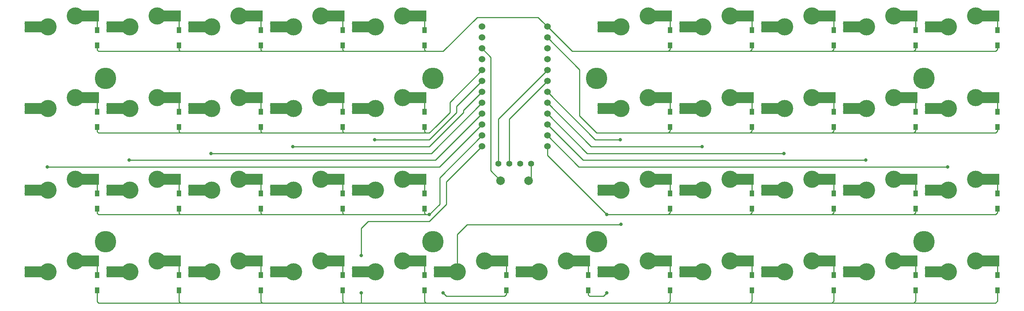
<source format=gbl>
G04 #@! TF.GenerationSoftware,KiCad,Pcbnew,5.1.9+dfsg1-1*
G04 #@! TF.CreationDate,2022-03-28T16:06:31+02:00*
G04 #@! TF.ProjectId,la_nc,6c615f6e-632e-46b6-9963-61645f706362,rev?*
G04 #@! TF.SameCoordinates,Original*
G04 #@! TF.FileFunction,Copper,L2,Bot*
G04 #@! TF.FilePolarity,Positive*
%FSLAX46Y46*%
G04 Gerber Fmt 4.6, Leading zero omitted, Abs format (unit mm)*
G04 Created by KiCad (PCBNEW 5.1.9+dfsg1-1) date 2022-03-28 16:06:31*
%MOMM*%
%LPD*%
G01*
G04 APERTURE LIST*
G04 #@! TA.AperFunction,SMDPad,CuDef*
%ADD10R,4.500000X2.500000*%
G04 #@! TD*
G04 #@! TA.AperFunction,ComponentPad*
%ADD11C,0.800000*%
G04 #@! TD*
G04 #@! TA.AperFunction,ComponentPad*
%ADD12C,4.000000*%
G04 #@! TD*
G04 #@! TA.AperFunction,SMDPad,CuDef*
%ADD13R,1.000000X1.400000*%
G04 #@! TD*
G04 #@! TA.AperFunction,ComponentPad*
%ADD14C,2.000000*%
G04 #@! TD*
G04 #@! TA.AperFunction,WasherPad*
%ADD15C,5.000000*%
G04 #@! TD*
G04 #@! TA.AperFunction,ComponentPad*
%ADD16C,1.397000*%
G04 #@! TD*
G04 #@! TA.AperFunction,ComponentPad*
%ADD17C,1.524000*%
G04 #@! TD*
G04 #@! TA.AperFunction,ViaPad*
%ADD18C,0.800000*%
G04 #@! TD*
G04 #@! TA.AperFunction,Conductor*
%ADD19C,0.250000*%
G04 #@! TD*
G04 APERTURE END LIST*
D10*
X161417000Y-93345000D03*
X148490000Y-95885000D03*
D11*
X163195000Y-94107000D03*
X146685000Y-96647000D03*
X163195000Y-92583000D03*
X146685000Y-95123000D03*
D12*
X151765000Y-95885000D03*
X158115000Y-93345000D03*
D10*
X142367000Y-93345000D03*
X129440000Y-95885000D03*
D11*
X144145000Y-94107000D03*
X127635000Y-96647000D03*
X144145000Y-92583000D03*
X127635000Y-95123000D03*
D12*
X132715000Y-95885000D03*
X139065000Y-93345000D03*
D10*
X256667000Y-93345000D03*
X243740000Y-95885000D03*
D11*
X258445000Y-94107000D03*
X241935000Y-96647000D03*
X258445000Y-92583000D03*
X241935000Y-95123000D03*
D12*
X247015000Y-95885000D03*
X253365000Y-93345000D03*
D10*
X237617000Y-93345000D03*
X224690000Y-95885000D03*
D11*
X239395000Y-94107000D03*
X222885000Y-96647000D03*
X239395000Y-92583000D03*
X222885000Y-95123000D03*
D12*
X227965000Y-95885000D03*
X234315000Y-93345000D03*
D10*
X218567000Y-93345000D03*
X205640000Y-95885000D03*
D11*
X220345000Y-94107000D03*
X203835000Y-96647000D03*
X220345000Y-92583000D03*
X203835000Y-95123000D03*
D12*
X208915000Y-95885000D03*
X215265000Y-93345000D03*
D10*
X199517000Y-93345000D03*
X186590000Y-95885000D03*
D11*
X201295000Y-94107000D03*
X184785000Y-96647000D03*
X201295000Y-92583000D03*
X184785000Y-95123000D03*
D12*
X189865000Y-95885000D03*
X196215000Y-93345000D03*
D10*
X180467000Y-93345000D03*
X167540000Y-95885000D03*
D11*
X182245000Y-94107000D03*
X165735000Y-96647000D03*
X182245000Y-92583000D03*
X165735000Y-95123000D03*
D12*
X170815000Y-95885000D03*
X177165000Y-93345000D03*
D10*
X123317000Y-93345000D03*
X110390000Y-95885000D03*
D11*
X125095000Y-94107000D03*
X108585000Y-96647000D03*
X125095000Y-92583000D03*
X108585000Y-95123000D03*
D12*
X113665000Y-95885000D03*
X120015000Y-93345000D03*
D10*
X104267000Y-93345000D03*
X91340000Y-95885000D03*
D11*
X106045000Y-94107000D03*
X89535000Y-96647000D03*
X106045000Y-92583000D03*
X89535000Y-95123000D03*
D12*
X94615000Y-95885000D03*
X100965000Y-93345000D03*
D10*
X85217000Y-93345000D03*
X72290000Y-95885000D03*
D11*
X86995000Y-94107000D03*
X70485000Y-96647000D03*
X86995000Y-92583000D03*
X70485000Y-95123000D03*
D12*
X75565000Y-95885000D03*
X81915000Y-93345000D03*
D10*
X66167000Y-93345000D03*
X53240000Y-95885000D03*
D11*
X67945000Y-94107000D03*
X51435000Y-96647000D03*
X67945000Y-92583000D03*
X51435000Y-95123000D03*
D12*
X56515000Y-95885000D03*
X62865000Y-93345000D03*
D10*
X47117000Y-93345000D03*
X34190000Y-95885000D03*
D11*
X48895000Y-94107000D03*
X32385000Y-96647000D03*
X48895000Y-92583000D03*
X32385000Y-95123000D03*
D12*
X37465000Y-95885000D03*
X43815000Y-93345000D03*
D10*
X256667000Y-74295000D03*
X243740000Y-76835000D03*
D11*
X258445000Y-75057000D03*
X241935000Y-77597000D03*
X258445000Y-73533000D03*
X241935000Y-76073000D03*
D12*
X247015000Y-76835000D03*
X253365000Y-74295000D03*
D10*
X237617000Y-74295000D03*
X224690000Y-76835000D03*
D11*
X239395000Y-75057000D03*
X222885000Y-77597000D03*
X239395000Y-73533000D03*
X222885000Y-76073000D03*
D12*
X227965000Y-76835000D03*
X234315000Y-74295000D03*
D10*
X218567000Y-74295000D03*
X205640000Y-76835000D03*
D11*
X220345000Y-75057000D03*
X203835000Y-77597000D03*
X220345000Y-73533000D03*
X203835000Y-76073000D03*
D12*
X208915000Y-76835000D03*
X215265000Y-74295000D03*
D10*
X199517000Y-74295000D03*
X186590000Y-76835000D03*
D11*
X201295000Y-75057000D03*
X184785000Y-77597000D03*
X201295000Y-73533000D03*
X184785000Y-76073000D03*
D12*
X189865000Y-76835000D03*
X196215000Y-74295000D03*
D10*
X180467000Y-74295000D03*
X167540000Y-76835000D03*
D11*
X182245000Y-75057000D03*
X165735000Y-77597000D03*
X182245000Y-73533000D03*
X165735000Y-76073000D03*
D12*
X170815000Y-76835000D03*
X177165000Y-74295000D03*
D10*
X123317000Y-74295000D03*
X110390000Y-76835000D03*
D11*
X125095000Y-75057000D03*
X108585000Y-77597000D03*
X125095000Y-73533000D03*
X108585000Y-76073000D03*
D12*
X113665000Y-76835000D03*
X120015000Y-74295000D03*
D10*
X104267000Y-74295000D03*
X91340000Y-76835000D03*
D11*
X106045000Y-75057000D03*
X89535000Y-77597000D03*
X106045000Y-73533000D03*
X89535000Y-76073000D03*
D12*
X94615000Y-76835000D03*
X100965000Y-74295000D03*
D10*
X85217000Y-74295000D03*
X72290000Y-76835000D03*
D11*
X86995000Y-75057000D03*
X70485000Y-77597000D03*
X86995000Y-73533000D03*
X70485000Y-76073000D03*
D12*
X75565000Y-76835000D03*
X81915000Y-74295000D03*
D10*
X66167000Y-74295000D03*
X53240000Y-76835000D03*
D11*
X67945000Y-75057000D03*
X51435000Y-77597000D03*
X67945000Y-73533000D03*
X51435000Y-76073000D03*
D12*
X56515000Y-76835000D03*
X62865000Y-74295000D03*
D10*
X47117000Y-74295000D03*
X34190000Y-76835000D03*
D11*
X48895000Y-75057000D03*
X32385000Y-77597000D03*
X48895000Y-73533000D03*
X32385000Y-76073000D03*
D12*
X37465000Y-76835000D03*
X43815000Y-74295000D03*
D10*
X256667000Y-55245000D03*
X243740000Y-57785000D03*
D11*
X258445000Y-56007000D03*
X241935000Y-58547000D03*
X258445000Y-54483000D03*
X241935000Y-57023000D03*
D12*
X247015000Y-57785000D03*
X253365000Y-55245000D03*
D10*
X237617000Y-55245000D03*
X224690000Y-57785000D03*
D11*
X239395000Y-56007000D03*
X222885000Y-58547000D03*
X239395000Y-54483000D03*
X222885000Y-57023000D03*
D12*
X227965000Y-57785000D03*
X234315000Y-55245000D03*
D10*
X218567000Y-55245000D03*
X205640000Y-57785000D03*
D11*
X220345000Y-56007000D03*
X203835000Y-58547000D03*
X220345000Y-54483000D03*
X203835000Y-57023000D03*
D12*
X208915000Y-57785000D03*
X215265000Y-55245000D03*
D10*
X199517000Y-55245000D03*
X186590000Y-57785000D03*
D11*
X201295000Y-56007000D03*
X184785000Y-58547000D03*
X201295000Y-54483000D03*
X184785000Y-57023000D03*
D12*
X189865000Y-57785000D03*
X196215000Y-55245000D03*
D10*
X180467000Y-55245000D03*
X167540000Y-57785000D03*
D11*
X182245000Y-56007000D03*
X165735000Y-58547000D03*
X182245000Y-54483000D03*
X165735000Y-57023000D03*
D12*
X170815000Y-57785000D03*
X177165000Y-55245000D03*
D10*
X123317000Y-55245000D03*
X110390000Y-57785000D03*
D11*
X125095000Y-56007000D03*
X108585000Y-58547000D03*
X125095000Y-54483000D03*
X108585000Y-57023000D03*
D12*
X113665000Y-57785000D03*
X120015000Y-55245000D03*
D10*
X104267000Y-55245000D03*
X91340000Y-57785000D03*
D11*
X106045000Y-56007000D03*
X89535000Y-58547000D03*
X106045000Y-54483000D03*
X89535000Y-57023000D03*
D12*
X94615000Y-57785000D03*
X100965000Y-55245000D03*
D10*
X85217000Y-55245000D03*
X72290000Y-57785000D03*
D11*
X86995000Y-56007000D03*
X70485000Y-58547000D03*
X86995000Y-54483000D03*
X70485000Y-57023000D03*
D12*
X75565000Y-57785000D03*
X81915000Y-55245000D03*
D10*
X66167000Y-55245000D03*
X53240000Y-57785000D03*
D11*
X67945000Y-56007000D03*
X51435000Y-58547000D03*
X67945000Y-54483000D03*
X51435000Y-57023000D03*
D12*
X56515000Y-57785000D03*
X62865000Y-55245000D03*
D10*
X47117000Y-55245000D03*
X34190000Y-57785000D03*
D11*
X48895000Y-56007000D03*
X32385000Y-58547000D03*
X48895000Y-54483000D03*
X32385000Y-57023000D03*
D12*
X37465000Y-57785000D03*
X43815000Y-55245000D03*
D10*
X256667000Y-36195000D03*
X243740000Y-38735000D03*
D11*
X258445000Y-36957000D03*
X241935000Y-39497000D03*
X258445000Y-35433000D03*
X241935000Y-37973000D03*
D12*
X247015000Y-38735000D03*
X253365000Y-36195000D03*
D10*
X237617000Y-36195000D03*
X224690000Y-38735000D03*
D11*
X239395000Y-36957000D03*
X222885000Y-39497000D03*
X239395000Y-35433000D03*
X222885000Y-37973000D03*
D12*
X227965000Y-38735000D03*
X234315000Y-36195000D03*
D10*
X218567000Y-36195000D03*
X205640000Y-38735000D03*
D11*
X220345000Y-36957000D03*
X203835000Y-39497000D03*
X220345000Y-35433000D03*
X203835000Y-37973000D03*
D12*
X208915000Y-38735000D03*
X215265000Y-36195000D03*
D10*
X199517000Y-36195000D03*
X186590000Y-38735000D03*
D11*
X201295000Y-36957000D03*
X184785000Y-39497000D03*
X201295000Y-35433000D03*
X184785000Y-37973000D03*
D12*
X189865000Y-38735000D03*
X196215000Y-36195000D03*
D10*
X180467000Y-36195000D03*
X167540000Y-38735000D03*
D11*
X182245000Y-36957000D03*
X165735000Y-39497000D03*
X182245000Y-35433000D03*
X165735000Y-37973000D03*
D12*
X170815000Y-38735000D03*
X177165000Y-36195000D03*
D10*
X123317000Y-36195000D03*
X110390000Y-38735000D03*
D11*
X125095000Y-36957000D03*
X108585000Y-39497000D03*
X125095000Y-35433000D03*
X108585000Y-37973000D03*
D12*
X113665000Y-38735000D03*
X120015000Y-36195000D03*
D10*
X104267000Y-36195000D03*
X91340000Y-38735000D03*
D11*
X106045000Y-36957000D03*
X89535000Y-39497000D03*
X106045000Y-35433000D03*
X89535000Y-37973000D03*
D12*
X94615000Y-38735000D03*
X100965000Y-36195000D03*
D10*
X85217000Y-36195000D03*
X72290000Y-38735000D03*
D11*
X86995000Y-36957000D03*
X70485000Y-39497000D03*
X86995000Y-35433000D03*
X70485000Y-37973000D03*
D12*
X75565000Y-38735000D03*
X81915000Y-36195000D03*
D10*
X66167000Y-36195000D03*
X53240000Y-38735000D03*
D11*
X67945000Y-36957000D03*
X51435000Y-39497000D03*
X67945000Y-35433000D03*
X51435000Y-37973000D03*
D12*
X56515000Y-38735000D03*
X62865000Y-36195000D03*
D10*
X47117000Y-36195000D03*
X34190000Y-38735000D03*
D11*
X48895000Y-36957000D03*
X32385000Y-39497000D03*
X48895000Y-35433000D03*
X32385000Y-37973000D03*
D12*
X37465000Y-38735000D03*
X43815000Y-36195000D03*
D13*
X163195000Y-96650000D03*
X163195000Y-100200000D03*
X144145000Y-96650000D03*
X144145000Y-100200000D03*
X258445000Y-96650000D03*
X258445000Y-100200000D03*
X239395000Y-96650000D03*
X239395000Y-100200000D03*
X220345000Y-96650000D03*
X220345000Y-100200000D03*
X201295000Y-96650000D03*
X201295000Y-100200000D03*
X182245000Y-96650000D03*
X182245000Y-100200000D03*
X125095000Y-96650000D03*
X125095000Y-100200000D03*
X106045000Y-96650000D03*
X106045000Y-100200000D03*
X86995000Y-96650000D03*
X86995000Y-100200000D03*
X67945000Y-96650000D03*
X67945000Y-100200000D03*
X48895000Y-96650000D03*
X48895000Y-100200000D03*
X258445000Y-77600000D03*
X258445000Y-81150000D03*
X239395000Y-77600000D03*
X239395000Y-81150000D03*
X220345000Y-77600000D03*
X220345000Y-81150000D03*
X201295000Y-77600000D03*
X201295000Y-81150000D03*
X182245000Y-77600000D03*
X182245000Y-81150000D03*
X125095000Y-77600000D03*
X125095000Y-81150000D03*
X106045000Y-77600000D03*
X106045000Y-81150000D03*
X86995000Y-77600000D03*
X86995000Y-81150000D03*
X67945000Y-77600000D03*
X67945000Y-81150000D03*
X48895000Y-77600000D03*
X48895000Y-81150000D03*
X258445000Y-58550000D03*
X258445000Y-62100000D03*
X239395000Y-58550000D03*
X239395000Y-62100000D03*
X220345000Y-58550000D03*
X220345000Y-62100000D03*
X201295000Y-58550000D03*
X201295000Y-62100000D03*
X182245000Y-58550000D03*
X182245000Y-62100000D03*
X125095000Y-58550000D03*
X125095000Y-62100000D03*
X106045000Y-58550000D03*
X106045000Y-62100000D03*
X86995000Y-58550000D03*
X86995000Y-62100000D03*
X67945000Y-58550000D03*
X67945000Y-62100000D03*
X48895000Y-58550000D03*
X48895000Y-62100000D03*
X258445000Y-39500000D03*
X258445000Y-43050000D03*
X239395000Y-39500000D03*
X239395000Y-43050000D03*
X220345000Y-39500000D03*
X220345000Y-43050000D03*
X201295000Y-39500000D03*
X201295000Y-43050000D03*
X182245000Y-39500000D03*
X182245000Y-43050000D03*
X125095000Y-39500000D03*
X125095000Y-43050000D03*
X106045000Y-39500000D03*
X106045000Y-43050000D03*
X86995000Y-39500000D03*
X86995000Y-43050000D03*
X67945000Y-39500000D03*
X67945000Y-43050000D03*
X48895000Y-39500000D03*
X48895000Y-43050000D03*
D14*
X149300000Y-74612500D03*
X142800000Y-74612500D03*
D15*
X241300000Y-88900000D03*
X241300000Y-50800000D03*
X165100000Y-88900000D03*
X165100000Y-50800000D03*
X127000000Y-88900000D03*
X127000000Y-50800000D03*
X50800000Y-88900000D03*
D16*
X149860000Y-70643750D03*
X147320000Y-70643750D03*
X144780000Y-70643750D03*
X142240000Y-70643750D03*
D15*
X50800000Y-50800000D03*
D17*
X138441400Y-38703250D03*
X138441400Y-41243250D03*
X138441400Y-43783250D03*
X138441400Y-46323250D03*
X138441400Y-48863250D03*
X138441400Y-51403250D03*
X138441400Y-53943250D03*
X138441400Y-56483250D03*
X138441400Y-59023250D03*
X138441400Y-61563250D03*
X138441400Y-64103250D03*
X138441400Y-66643250D03*
X153661400Y-66643250D03*
X153661400Y-64103250D03*
X153661400Y-61563250D03*
X153661400Y-59023250D03*
X153661400Y-56483250D03*
X153661400Y-53943250D03*
X153661400Y-51403250D03*
X153661400Y-48863250D03*
X153661400Y-46323250D03*
X153661400Y-43783250D03*
X153661400Y-41243250D03*
X153661400Y-38703250D03*
D18*
X129381250Y-100806250D03*
X126206250Y-82550000D03*
X167481250Y-100806250D03*
X167481250Y-82550000D03*
X37306250Y-71437500D03*
X56356250Y-69850000D03*
X75406250Y-68262500D03*
X94456250Y-66675000D03*
X113506250Y-65087500D03*
X170656250Y-65087500D03*
X170815000Y-84772500D03*
X189706250Y-66675000D03*
X208756250Y-68262500D03*
X227806250Y-69850000D03*
X246856250Y-71437500D03*
X110331250Y-100806250D03*
X110331250Y-92075000D03*
D19*
X48895000Y-36957000D02*
X48895000Y-39500000D01*
X67945000Y-36957000D02*
X67945000Y-39500000D01*
X86995000Y-36957000D02*
X86995000Y-39500000D01*
X106045000Y-36957000D02*
X106045000Y-39500000D01*
X125095000Y-36957000D02*
X125095000Y-39500000D01*
X182245000Y-36957000D02*
X182245000Y-39500000D01*
X201295000Y-36957000D02*
X201295000Y-39500000D01*
X220345000Y-36957000D02*
X220345000Y-39500000D01*
X239395000Y-39500000D02*
X239395000Y-36957000D01*
X258445000Y-39500000D02*
X258445000Y-36957000D01*
X48895000Y-58550000D02*
X48895000Y-56007000D01*
X67945000Y-58550000D02*
X67945000Y-56007000D01*
X86995000Y-58550000D02*
X86995000Y-56007000D01*
X106045000Y-58550000D02*
X106045000Y-56007000D01*
X125095000Y-56007000D02*
X125095000Y-58550000D01*
X182245000Y-58550000D02*
X182245000Y-56007000D01*
X201295000Y-58550000D02*
X201295000Y-56007000D01*
X220345000Y-58550000D02*
X220345000Y-56007000D01*
X239395000Y-56007000D02*
X239395000Y-58550000D01*
X258445000Y-56007000D02*
X258445000Y-58550000D01*
X48895000Y-75057000D02*
X48895000Y-77600000D01*
X67945000Y-75057000D02*
X67945000Y-77600000D01*
X86995000Y-75057000D02*
X86995000Y-77600000D01*
X106045000Y-77600000D02*
X106045000Y-75057000D01*
X125095000Y-77600000D02*
X125095000Y-75057000D01*
X182245000Y-77600000D02*
X182245000Y-75057000D01*
X201295000Y-77600000D02*
X201295000Y-75057000D01*
X220345000Y-77600000D02*
X220345000Y-75057000D01*
X239395000Y-77600000D02*
X239395000Y-75057000D01*
X258445000Y-77600000D02*
X258445000Y-75057000D01*
X48895000Y-96650000D02*
X48895000Y-94107000D01*
X67945000Y-96650000D02*
X67945000Y-94107000D01*
X86995000Y-96650000D02*
X86995000Y-94107000D01*
X106045000Y-96650000D02*
X106045000Y-94107000D01*
X125095000Y-96650000D02*
X125095000Y-94107000D01*
X182245000Y-96650000D02*
X182245000Y-94107000D01*
X201295000Y-96650000D02*
X201295000Y-94107000D01*
X220345000Y-96650000D02*
X220345000Y-94107000D01*
X239395000Y-96650000D02*
X239395000Y-94107000D01*
X258445000Y-94107000D02*
X258445000Y-96650000D01*
X144145000Y-96650000D02*
X144145000Y-94107000D01*
X163195000Y-96650000D02*
X163195000Y-94107000D01*
X149860000Y-74052500D02*
X149300000Y-74612500D01*
X149860000Y-70643750D02*
X149860000Y-74052500D01*
X144780000Y-60284650D02*
X153661400Y-51403250D01*
X144780000Y-70643750D02*
X144780000Y-60284650D01*
X142240000Y-60284650D02*
X142240000Y-70643750D01*
X153661400Y-48863250D02*
X142240000Y-60284650D01*
X138441400Y-43783250D02*
X140493750Y-45835600D01*
X140493750Y-72306250D02*
X142800000Y-74612500D01*
X140493750Y-45835600D02*
X140493750Y-72306250D01*
X258445000Y-43050000D02*
X258445000Y-43973750D01*
X258445000Y-43973750D02*
X257968750Y-44450000D01*
X182245000Y-43973750D02*
X181768750Y-44450000D01*
X182245000Y-43050000D02*
X182245000Y-43973750D01*
X201295000Y-43973750D02*
X200818750Y-44450000D01*
X201295000Y-43050000D02*
X201295000Y-43973750D01*
X200818750Y-44450000D02*
X181768750Y-44450000D01*
X220345000Y-43973750D02*
X219868750Y-44450000D01*
X220345000Y-43050000D02*
X220345000Y-43973750D01*
X219868750Y-44450000D02*
X200818750Y-44450000D01*
X239395000Y-43973750D02*
X238918750Y-44450000D01*
X239395000Y-43050000D02*
X239395000Y-43973750D01*
X238918750Y-44450000D02*
X219868750Y-44450000D01*
X257968750Y-44450000D02*
X238918750Y-44450000D01*
X159408150Y-44450000D02*
X153661400Y-38703250D01*
X181768750Y-44450000D02*
X159408150Y-44450000D01*
X48895000Y-43050000D02*
X48895000Y-44132500D01*
X48895000Y-44132500D02*
X49212500Y-44450000D01*
X125095000Y-43050000D02*
X125095000Y-44132500D01*
X125095000Y-44132500D02*
X125412500Y-44450000D01*
X106045000Y-44132500D02*
X106362500Y-44450000D01*
X106045000Y-43050000D02*
X106045000Y-44132500D01*
X106362500Y-44450000D02*
X125412500Y-44450000D01*
X86995000Y-44132500D02*
X87312500Y-44450000D01*
X86995000Y-43050000D02*
X86995000Y-44132500D01*
X87312500Y-44450000D02*
X106362500Y-44450000D01*
X67945000Y-44132500D02*
X68262500Y-44450000D01*
X67945000Y-43050000D02*
X67945000Y-44132500D01*
X68262500Y-44450000D02*
X87312500Y-44450000D01*
X49212500Y-44450000D02*
X68262500Y-44450000D01*
X152332200Y-37374050D02*
X153661400Y-38703250D01*
X151470650Y-36512500D02*
X152332200Y-37374050D01*
X137318750Y-36512500D02*
X151470650Y-36512500D01*
X129381250Y-44450000D02*
X137318750Y-36512500D01*
X125412500Y-44450000D02*
X129381250Y-44450000D01*
X48895000Y-62100000D02*
X48895000Y-63182500D01*
X48895000Y-63182500D02*
X49212500Y-63500000D01*
X67945000Y-62100000D02*
X67945000Y-63182500D01*
X67945000Y-63182500D02*
X68262500Y-63500000D01*
X49212500Y-63500000D02*
X68262500Y-63500000D01*
X86995000Y-63182500D02*
X87312500Y-63500000D01*
X86995000Y-62100000D02*
X86995000Y-63182500D01*
X68262500Y-63500000D02*
X87312500Y-63500000D01*
X106045000Y-63182500D02*
X106362500Y-63500000D01*
X106045000Y-62100000D02*
X106045000Y-63182500D01*
X87312500Y-63500000D02*
X106362500Y-63500000D01*
X125095000Y-63182500D02*
X125412500Y-63500000D01*
X125095000Y-62100000D02*
X125095000Y-63182500D01*
X106362500Y-63500000D02*
X125412500Y-63500000D01*
X125412500Y-63500000D02*
X126206250Y-63500000D01*
X138441400Y-48863250D02*
X130968750Y-56335900D01*
X130968750Y-56335900D02*
X130968750Y-58737500D01*
X127793750Y-61912500D02*
X129778125Y-59928125D01*
X130968750Y-58737500D02*
X127793750Y-61912500D01*
X126206250Y-63500000D02*
X127793750Y-61912500D01*
X258445000Y-62100000D02*
X258445000Y-63023750D01*
X258445000Y-63023750D02*
X257968750Y-63500000D01*
X153661400Y-41243250D02*
X161131250Y-48713100D01*
X161131250Y-48713100D02*
X161131250Y-59531250D01*
X165100000Y-63500000D02*
X170656250Y-63500000D01*
X161131250Y-59531250D02*
X165100000Y-63500000D01*
X170656250Y-63500000D02*
X169068750Y-63500000D01*
X182245000Y-62100000D02*
X182245000Y-63023750D01*
X181768750Y-63500000D02*
X170656250Y-63500000D01*
X182245000Y-63023750D02*
X181768750Y-63500000D01*
X201295000Y-63023750D02*
X200818750Y-63500000D01*
X201295000Y-62100000D02*
X201295000Y-63023750D01*
X200818750Y-63500000D02*
X181768750Y-63500000D01*
X220345000Y-63023750D02*
X219868750Y-63500000D01*
X220345000Y-62100000D02*
X220345000Y-63023750D01*
X219868750Y-63500000D02*
X200818750Y-63500000D01*
X239395000Y-63023750D02*
X238918750Y-63500000D01*
X239395000Y-62100000D02*
X239395000Y-63023750D01*
X238918750Y-63500000D02*
X219868750Y-63500000D01*
X257968750Y-63500000D02*
X238918750Y-63500000D01*
X48895000Y-81150000D02*
X48895000Y-82232500D01*
X48895000Y-82232500D02*
X49212500Y-82550000D01*
X125095000Y-82232500D02*
X125412500Y-82550000D01*
X125095000Y-81150000D02*
X125095000Y-82232500D01*
X125412500Y-82550000D02*
X126206250Y-82550000D01*
X106045000Y-82232500D02*
X106362500Y-82550000D01*
X106045000Y-81150000D02*
X106045000Y-82232500D01*
X106362500Y-82550000D02*
X125412500Y-82550000D01*
X86995000Y-82232500D02*
X87312500Y-82550000D01*
X86995000Y-81150000D02*
X86995000Y-82232500D01*
X87312500Y-82550000D02*
X106362500Y-82550000D01*
X67945000Y-82232500D02*
X68262500Y-82550000D01*
X67945000Y-81150000D02*
X67945000Y-82232500D01*
X68262500Y-82550000D02*
X87312500Y-82550000D01*
X49212500Y-82550000D02*
X68262500Y-82550000D01*
X138441400Y-64103250D02*
X128587500Y-73957150D01*
X128587500Y-80168750D02*
X126206250Y-82550000D01*
X128587500Y-73957150D02*
X128587500Y-80168750D01*
X144145000Y-100200000D02*
X144145000Y-101123750D01*
X144145000Y-101123750D02*
X143668750Y-101600000D01*
X143668750Y-101600000D02*
X130175000Y-101600000D01*
X130175000Y-101600000D02*
X129381250Y-100806250D01*
X153661400Y-68730150D02*
X153661400Y-66643250D01*
X167481250Y-82550000D02*
X153661400Y-68730150D01*
X258445000Y-82073750D02*
X257968750Y-82550000D01*
X258445000Y-81150000D02*
X258445000Y-82073750D01*
X182245000Y-82073750D02*
X181768750Y-82550000D01*
X182245000Y-81150000D02*
X182245000Y-82073750D01*
X181768750Y-82550000D02*
X167481250Y-82550000D01*
X201295000Y-82073750D02*
X200818750Y-82550000D01*
X201295000Y-81150000D02*
X201295000Y-82073750D01*
X200818750Y-82550000D02*
X181768750Y-82550000D01*
X220345000Y-81150000D02*
X220345000Y-82073750D01*
X219868750Y-82550000D02*
X200818750Y-82550000D01*
X220345000Y-82073750D02*
X219868750Y-82550000D01*
X239395000Y-82073750D02*
X238918750Y-82550000D01*
X239395000Y-81150000D02*
X239395000Y-82073750D01*
X238918750Y-82550000D02*
X219868750Y-82550000D01*
X257968750Y-82550000D02*
X238918750Y-82550000D01*
X163195000Y-100200000D02*
X163195000Y-101282500D01*
X163195000Y-101282500D02*
X163512500Y-101600000D01*
X163512500Y-101600000D02*
X166687500Y-101600000D01*
X166687500Y-101600000D02*
X167481250Y-100806250D01*
X128567150Y-71437500D02*
X123825000Y-71437500D01*
X138441400Y-61563250D02*
X128567150Y-71437500D01*
X123825000Y-71437500D02*
X126206250Y-71437500D01*
X37306250Y-71437500D02*
X123825000Y-71437500D01*
X127614650Y-69850000D02*
X138441400Y-59023250D01*
X56356250Y-69850000D02*
X127614650Y-69850000D01*
X126662150Y-68262500D02*
X138441400Y-56483250D01*
X75406250Y-68262500D02*
X126662150Y-68262500D01*
X94456250Y-66675000D02*
X126206250Y-66675000D01*
X138441400Y-53943250D02*
X134143750Y-58240900D01*
X134143750Y-58737500D02*
X126206250Y-66675000D01*
X134143750Y-58240900D02*
X134143750Y-58737500D01*
X113506250Y-65087500D02*
X125412500Y-65087500D01*
X125412500Y-65087500D02*
X125688388Y-65087500D01*
X126206250Y-65087500D02*
X125412500Y-65087500D01*
X132556250Y-58737500D02*
X126206250Y-65087500D01*
X132556250Y-57288400D02*
X132556250Y-58737500D01*
X138441400Y-51403250D02*
X132556250Y-57288400D01*
X164805650Y-65087500D02*
X170656250Y-65087500D01*
X153661400Y-53943250D02*
X164805650Y-65087500D01*
X132715000Y-95885000D02*
X132715000Y-87153750D01*
X132715000Y-87153750D02*
X134937500Y-84931250D01*
X170656250Y-84931250D02*
X170815000Y-84772500D01*
X134937500Y-84931250D02*
X170656250Y-84931250D01*
X163853150Y-66675000D02*
X189706250Y-66675000D01*
X153661400Y-56483250D02*
X163853150Y-66675000D01*
X162900650Y-68262500D02*
X208756250Y-68262500D01*
X153661400Y-59023250D02*
X162900650Y-68262500D01*
X161948150Y-69850000D02*
X227806250Y-69850000D01*
X153661400Y-61563250D02*
X161948150Y-69850000D01*
X160995650Y-71437500D02*
X246856250Y-71437500D01*
X153661400Y-64103250D02*
X160995650Y-71437500D01*
X48895000Y-100200000D02*
X48895000Y-102870000D01*
X258445000Y-100200000D02*
X258445000Y-102711250D01*
X258445000Y-102711250D02*
X257968750Y-103187500D01*
X49212500Y-103187500D02*
X48895000Y-102870000D01*
X125095000Y-102870000D02*
X125412500Y-103187500D01*
X125095000Y-100200000D02*
X125095000Y-102870000D01*
X148431250Y-103187500D02*
X125412500Y-103187500D01*
X106045000Y-102870000D02*
X106362500Y-103187500D01*
X106045000Y-100200000D02*
X106045000Y-102870000D01*
X86995000Y-102870000D02*
X87312500Y-103187500D01*
X86995000Y-100200000D02*
X86995000Y-102870000D01*
X106362500Y-103187500D02*
X87312500Y-103187500D01*
X67945000Y-100200000D02*
X67945000Y-102870000D01*
X67945000Y-102870000D02*
X68262500Y-103187500D01*
X68262500Y-103187500D02*
X49212500Y-103187500D01*
X87312500Y-103187500D02*
X68262500Y-103187500D01*
X182245000Y-102711250D02*
X181768750Y-103187500D01*
X182245000Y-100200000D02*
X182245000Y-102711250D01*
X181768750Y-103187500D02*
X148431250Y-103187500D01*
X201295000Y-102711250D02*
X200818750Y-103187500D01*
X201295000Y-100200000D02*
X201295000Y-102711250D01*
X200818750Y-103187500D02*
X181768750Y-103187500D01*
X220345000Y-100200000D02*
X220345000Y-102711250D01*
X219868750Y-103187500D02*
X200818750Y-103187500D01*
X220345000Y-102711250D02*
X219868750Y-103187500D01*
X239395000Y-102711250D02*
X238918750Y-103187500D01*
X239395000Y-100200000D02*
X239395000Y-102711250D01*
X238918750Y-103187500D02*
X219868750Y-103187500D01*
X257968750Y-103187500D02*
X238918750Y-103187500D01*
X110331250Y-103187500D02*
X110331250Y-100806250D01*
X125412500Y-103187500D02*
X110331250Y-103187500D01*
X110331250Y-103187500D02*
X106362500Y-103187500D01*
X110331250Y-92075000D02*
X110331250Y-85725000D01*
X110331250Y-85725000D02*
X111918750Y-84137500D01*
X111918750Y-84137500D02*
X126206250Y-84137500D01*
X126206250Y-84137500D02*
X130175000Y-80168750D01*
X130175000Y-74909650D02*
X138441400Y-66643250D01*
X130175000Y-80168750D02*
X130175000Y-74909650D01*
M02*

</source>
